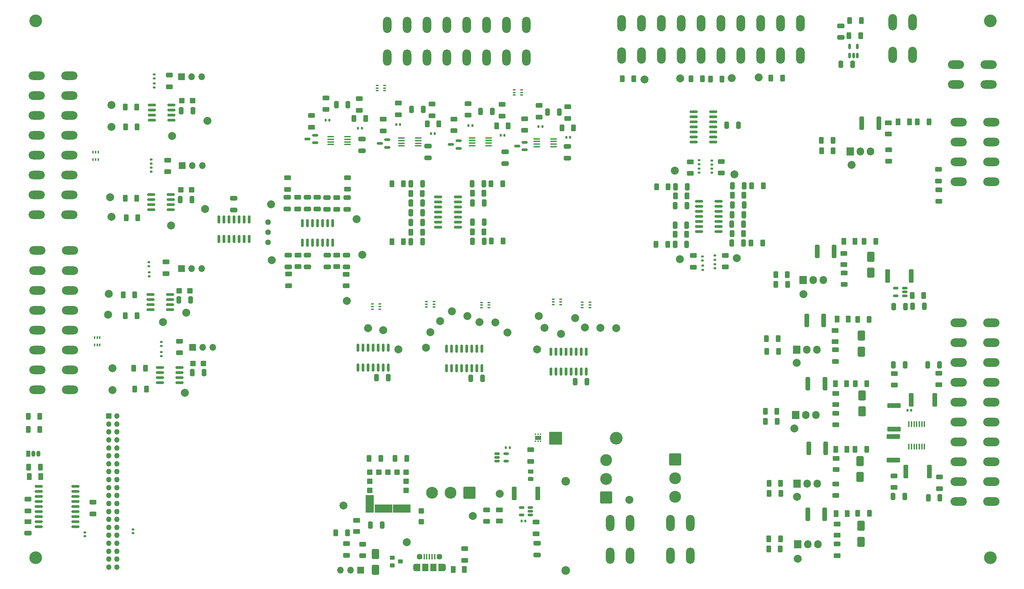
<source format=gts>
G04 #@! TF.GenerationSoftware,KiCad,Pcbnew,8.0.9*
G04 #@! TF.CreationDate,2025-05-25T13:16:14-05:00*
G04 #@! TF.ProjectId,karca_v2,6b617263-615f-4763-922e-6b696361645f,rev?*
G04 #@! TF.SameCoordinates,Original*
G04 #@! TF.FileFunction,Soldermask,Top*
G04 #@! TF.FilePolarity,Negative*
%FSLAX46Y46*%
G04 Gerber Fmt 4.6, Leading zero omitted, Abs format (unit mm)*
G04 Created by KiCad (PCBNEW 8.0.9) date 2025-05-25 13:16:14*
%MOMM*%
%LPD*%
G01*
G04 APERTURE LIST*
G04 Aperture macros list*
%AMRoundRect*
0 Rectangle with rounded corners*
0 $1 Rounding radius*
0 $2 $3 $4 $5 $6 $7 $8 $9 X,Y pos of 4 corners*
0 Add a 4 corners polygon primitive as box body*
4,1,4,$2,$3,$4,$5,$6,$7,$8,$9,$2,$3,0*
0 Add four circle primitives for the rounded corners*
1,1,$1+$1,$2,$3*
1,1,$1+$1,$4,$5*
1,1,$1+$1,$6,$7*
1,1,$1+$1,$8,$9*
0 Add four rect primitives between the rounded corners*
20,1,$1+$1,$2,$3,$4,$5,0*
20,1,$1+$1,$4,$5,$6,$7,0*
20,1,$1+$1,$6,$7,$8,$9,0*
20,1,$1+$1,$8,$9,$2,$3,0*%
G04 Aperture macros list end*
%ADD10O,4.064800X2.134400*%
%ADD11O,2.134400X4.064800*%
%ADD12C,2.979000*%
%ADD13RoundRect,0.102000X1.387500X1.387500X-1.387500X1.387500X-1.387500X-1.387500X1.387500X-1.387500X0*%
%ADD14RoundRect,0.102000X1.387500X-1.387500X1.387500X1.387500X-1.387500X1.387500X-1.387500X-1.387500X0*%
%ADD15RoundRect,0.102000X-1.387500X1.387500X-1.387500X-1.387500X1.387500X-1.387500X1.387500X1.387500X0*%
%ADD16RoundRect,0.102000X0.450000X0.400000X-0.450000X0.400000X-0.450000X-0.400000X0.450000X-0.400000X0*%
%ADD17RoundRect,0.102000X0.571500X0.571500X-0.571500X0.571500X-0.571500X-0.571500X0.571500X-0.571500X0*%
%ADD18RoundRect,0.102000X0.952500X2.095500X-0.952500X2.095500X-0.952500X-2.095500X0.952500X-2.095500X0*%
%ADD19RoundRect,0.102000X2.095500X0.952500X-2.095500X0.952500X-2.095500X-0.952500X2.095500X-0.952500X0*%
%ADD20O,4.104000X2.154000*%
%ADD21O,2.154000X4.104000*%
%ADD22R,1.500000X1.900000*%
%ADD23C,1.450000*%
%ADD24R,0.400000X1.350000*%
%ADD25O,1.200000X1.900000*%
%ADD26R,1.200000X1.900000*%
%ADD27C,2.184000*%
%ADD28R,1.350000X1.350000*%
%ADD29O,1.350000X1.350000*%
%ADD30C,3.200000*%
%ADD31RoundRect,0.250000X0.312500X0.625000X-0.312500X0.625000X-0.312500X-0.625000X0.312500X-0.625000X0*%
%ADD32RoundRect,0.250000X0.625000X-0.312500X0.625000X0.312500X-0.625000X0.312500X-0.625000X-0.312500X0*%
%ADD33RoundRect,0.250000X0.325000X0.650000X-0.325000X0.650000X-0.325000X-0.650000X0.325000X-0.650000X0*%
%ADD34C,2.000000*%
%ADD35RoundRect,0.250000X-0.312500X-0.625000X0.312500X-0.625000X0.312500X0.625000X-0.312500X0.625000X0*%
%ADD36RoundRect,0.150000X0.587500X0.150000X-0.587500X0.150000X-0.587500X-0.150000X0.587500X-0.150000X0*%
%ADD37RoundRect,0.135000X-0.185000X0.135000X-0.185000X-0.135000X0.185000X-0.135000X0.185000X0.135000X0*%
%ADD38RoundRect,0.250000X0.375000X0.625000X-0.375000X0.625000X-0.375000X-0.625000X0.375000X-0.625000X0*%
%ADD39RoundRect,0.150000X-0.825000X-0.150000X0.825000X-0.150000X0.825000X0.150000X-0.825000X0.150000X0*%
%ADD40RoundRect,0.100000X-0.712500X-0.100000X0.712500X-0.100000X0.712500X0.100000X-0.712500X0.100000X0*%
%ADD41RoundRect,0.150000X0.825000X0.150000X-0.825000X0.150000X-0.825000X-0.150000X0.825000X-0.150000X0*%
%ADD42R,0.650000X0.400000*%
%ADD43RoundRect,0.250000X-0.650000X0.325000X-0.650000X-0.325000X0.650000X-0.325000X0.650000X0.325000X0*%
%ADD44RoundRect,0.150000X-0.150000X0.825000X-0.150000X-0.825000X0.150000X-0.825000X0.150000X0.825000X0*%
%ADD45RoundRect,0.250000X-0.650000X1.000000X-0.650000X-1.000000X0.650000X-1.000000X0.650000X1.000000X0*%
%ADD46RoundRect,0.250000X-0.625000X0.312500X-0.625000X-0.312500X0.625000X-0.312500X0.625000X0.312500X0*%
%ADD47RoundRect,0.250000X0.650000X-0.325000X0.650000X0.325000X-0.650000X0.325000X-0.650000X-0.325000X0*%
%ADD48RoundRect,0.250000X-0.325000X-0.650000X0.325000X-0.650000X0.325000X0.650000X-0.325000X0.650000X0*%
%ADD49R,1.700000X1.700000*%
%ADD50O,1.700000X1.700000*%
%ADD51RoundRect,0.250000X-0.312500X-1.450000X0.312500X-1.450000X0.312500X1.450000X-0.312500X1.450000X0*%
%ADD52RoundRect,0.135000X0.185000X-0.135000X0.185000X0.135000X-0.185000X0.135000X-0.185000X-0.135000X0*%
%ADD53RoundRect,0.250000X0.362500X1.425000X-0.362500X1.425000X-0.362500X-1.425000X0.362500X-1.425000X0*%
%ADD54R,3.200000X3.200000*%
%ADD55O,3.200000X3.200000*%
%ADD56RoundRect,0.250000X0.450000X0.425000X-0.450000X0.425000X-0.450000X-0.425000X0.450000X-0.425000X0*%
%ADD57RoundRect,0.250000X0.625000X-0.375000X0.625000X0.375000X-0.625000X0.375000X-0.625000X-0.375000X0*%
%ADD58RoundRect,0.150000X0.512500X0.150000X-0.512500X0.150000X-0.512500X-0.150000X0.512500X-0.150000X0*%
%ADD59RoundRect,0.250000X0.650000X-1.000000X0.650000X1.000000X-0.650000X1.000000X-0.650000X-1.000000X0*%
%ADD60R,0.400000X0.650000*%
%ADD61RoundRect,0.140000X0.140000X0.170000X-0.140000X0.170000X-0.140000X-0.170000X0.140000X-0.170000X0*%
%ADD62C,1.440000*%
%ADD63R,1.905000X2.000000*%
%ADD64O,1.905000X2.000000*%
%ADD65RoundRect,0.100000X-0.100000X0.637500X-0.100000X-0.637500X0.100000X-0.637500X0.100000X0.637500X0*%
%ADD66RoundRect,0.093750X-0.106250X0.093750X-0.106250X-0.093750X0.106250X-0.093750X0.106250X0.093750X0*%
%ADD67R,1.600000X1.000000*%
%ADD68R,1.800000X1.150000*%
%ADD69RoundRect,0.150000X-0.512500X-0.150000X0.512500X-0.150000X0.512500X0.150000X-0.512500X0.150000X0*%
%ADD70RoundRect,0.140000X-0.140000X-0.170000X0.140000X-0.170000X0.140000X0.170000X-0.140000X0.170000X0*%
%ADD71RoundRect,0.150000X0.150000X-0.512500X0.150000X0.512500X-0.150000X0.512500X-0.150000X-0.512500X0*%
%ADD72RoundRect,0.150000X-0.875000X-0.150000X0.875000X-0.150000X0.875000X0.150000X-0.875000X0.150000X0*%
%ADD73RoundRect,0.250000X1.425000X-0.362500X1.425000X0.362500X-1.425000X0.362500X-1.425000X-0.362500X0*%
%ADD74RoundRect,0.250000X-0.425000X0.450000X-0.425000X-0.450000X0.425000X-0.450000X0.425000X0.450000X0*%
%ADD75R,1.050000X1.500000*%
%ADD76O,1.050000X1.500000*%
%ADD77RoundRect,0.140000X-0.170000X0.140000X-0.170000X-0.140000X0.170000X-0.140000X0.170000X0.140000X0*%
%ADD78RoundRect,0.250000X-0.362500X-1.425000X0.362500X-1.425000X0.362500X1.425000X-0.362500X1.425000X0*%
%ADD79RoundRect,0.140000X0.170000X-0.140000X0.170000X0.140000X-0.170000X0.140000X-0.170000X-0.140000X0*%
%ADD80RoundRect,0.250000X-1.425000X0.362500X-1.425000X-0.362500X1.425000X-0.362500X1.425000X0.362500X0*%
%ADD81RoundRect,0.250000X-0.450000X0.262500X-0.450000X-0.262500X0.450000X-0.262500X0.450000X0.262500X0*%
G04 APERTURE END LIST*
D10*
X44520600Y-139142194D03*
X44520600Y-134142194D03*
X44520600Y-129142194D03*
X44520600Y-124142194D03*
X44520600Y-119142194D03*
X44520600Y-114142194D03*
X44520600Y-109142194D03*
X44520600Y-104142194D03*
X36320600Y-139142194D03*
X36320600Y-134142194D03*
X36320600Y-129142194D03*
X36320600Y-124142194D03*
X36320600Y-119142194D03*
X36320600Y-114142194D03*
X36320600Y-109142194D03*
X36320600Y-104142194D03*
X44293400Y-95144600D03*
X44293400Y-90144600D03*
X44293400Y-85144600D03*
X44293400Y-80144600D03*
X44293400Y-75144600D03*
X44293400Y-70144600D03*
X44293400Y-65144600D03*
X44293400Y-60144600D03*
X36093400Y-95144600D03*
X36093400Y-90144600D03*
X36093400Y-85144600D03*
X36093400Y-80144600D03*
X36093400Y-75144600D03*
X36093400Y-70144600D03*
X36093400Y-65144600D03*
X36093400Y-60144600D03*
D11*
X124220000Y-55571000D03*
X129220000Y-55571000D03*
X134220000Y-55571000D03*
X139220000Y-55571000D03*
X144220000Y-55571000D03*
X149220000Y-55571000D03*
X154220000Y-55571000D03*
X159220000Y-55571000D03*
X124220000Y-47371000D03*
X129220000Y-47371000D03*
X134220000Y-47371000D03*
X139220000Y-47371000D03*
X144220000Y-47371000D03*
X149220000Y-47371000D03*
X154220000Y-47371000D03*
X159220000Y-47371000D03*
D12*
X140207000Y-165100000D03*
D13*
X144907000Y-165100000D03*
D12*
X135507000Y-165100000D03*
X179244800Y-161549400D03*
D14*
X179244800Y-166249400D03*
D12*
X179244800Y-156849400D03*
X196645000Y-161387400D03*
D15*
X196645000Y-156687400D03*
D12*
X196645000Y-166087400D03*
D16*
X125492000Y-181422000D03*
X125492000Y-183322000D03*
X127592000Y-182372000D03*
D17*
X129006600Y-164465000D03*
X129006600Y-162179000D03*
X129006600Y-159893000D03*
X126720600Y-159893000D03*
X124434600Y-159893000D03*
X122148600Y-159893000D03*
X119862600Y-159893000D03*
X119862600Y-162179000D03*
X119862600Y-164465000D03*
D18*
X119862600Y-167894000D03*
D19*
X123291600Y-169037000D03*
X127863600Y-169037000D03*
D10*
X267263000Y-57340784D03*
X267263000Y-62340784D03*
X275463000Y-57340784D03*
X275463000Y-62340784D03*
X276124800Y-71822607D03*
X267924800Y-76822607D03*
X267924800Y-81822607D03*
X267924800Y-86822607D03*
X267924800Y-71822607D03*
X276124800Y-76822607D03*
X276124800Y-81822607D03*
X276124800Y-86822607D03*
D20*
X267948800Y-122298400D03*
X267948800Y-127298400D03*
X267948800Y-132298400D03*
X267948800Y-137298400D03*
X267948800Y-142298400D03*
X267948800Y-147298400D03*
X267948800Y-152298400D03*
X267948800Y-157298400D03*
X267948800Y-162298400D03*
X267948800Y-167298400D03*
X276148800Y-122298400D03*
X276148800Y-127298400D03*
X276148800Y-132298400D03*
X276148800Y-137298400D03*
X276148800Y-142298400D03*
X276148800Y-147298400D03*
X276148800Y-152298400D03*
X276148800Y-157298400D03*
X276148800Y-162298400D03*
X276148800Y-167298400D03*
D21*
X183163200Y-55113800D03*
X188163200Y-55113800D03*
X193163200Y-55113800D03*
X198163200Y-55113800D03*
X203163200Y-55113800D03*
X208163200Y-55113800D03*
X213163200Y-55113800D03*
X218163200Y-55113800D03*
X223163200Y-55113800D03*
X228163200Y-55113800D03*
X183163200Y-46913800D03*
X188163200Y-46913800D03*
X193163200Y-46913800D03*
X198163200Y-46913800D03*
X203163200Y-46913800D03*
X208163200Y-46913800D03*
X213163200Y-46913800D03*
X218163200Y-46913800D03*
X223163200Y-46913800D03*
X228163200Y-46913800D03*
D22*
X135848600Y-183863500D03*
D23*
X132348600Y-181163500D03*
D24*
X134198600Y-181163500D03*
X133548600Y-181163500D03*
X136148600Y-181163500D03*
X135498600Y-181163500D03*
X134848600Y-181163500D03*
D23*
X137348600Y-181163500D03*
D22*
X133848600Y-183863500D03*
D25*
X131348600Y-183863500D03*
X138348600Y-183863500D03*
D26*
X137748600Y-183863500D03*
X131948600Y-183863500D03*
D11*
X185318000Y-172703400D03*
X180318000Y-172703400D03*
X185318000Y-180903400D03*
X180318000Y-180903400D03*
X200427200Y-172703400D03*
X195427200Y-172703400D03*
X200427200Y-180903400D03*
X195427200Y-180903400D03*
D27*
X169084800Y-184654800D03*
X169084800Y-162154800D03*
D11*
X251371384Y-54883800D03*
X256371384Y-54883800D03*
X251371384Y-46683800D03*
X256371384Y-46683800D03*
D28*
X54235600Y-145765000D03*
D29*
X56235600Y-145765000D03*
X54235600Y-147765000D03*
X56235600Y-147765000D03*
X54235600Y-149765000D03*
X56235600Y-149765000D03*
X54235600Y-151765000D03*
X56235600Y-151765000D03*
X54235600Y-153765000D03*
X56235600Y-153765000D03*
X54235600Y-155765000D03*
X56235600Y-155765000D03*
X54235600Y-157765000D03*
X56235600Y-157765000D03*
X54235600Y-159765000D03*
X56235600Y-159765000D03*
X54235600Y-161765000D03*
X56235600Y-161765000D03*
X54235600Y-163765000D03*
X56235600Y-163765000D03*
X54235600Y-165765000D03*
X56235600Y-165765000D03*
X54235600Y-167765000D03*
X56235600Y-167765000D03*
X54235600Y-169765000D03*
X56235600Y-169765000D03*
X54235600Y-171765000D03*
X56235600Y-171765000D03*
X54235600Y-173765000D03*
X56235600Y-173765000D03*
X54235600Y-175765000D03*
X56235600Y-175765000D03*
X54235600Y-177765000D03*
X56235600Y-177765000D03*
X54235600Y-179765000D03*
X56235600Y-179765000D03*
X54235600Y-181765000D03*
X56235600Y-181765000D03*
X54235600Y-183765000D03*
X56235600Y-183765000D03*
D30*
X275886400Y-181385200D03*
D31*
X61340000Y-120493800D03*
X58415000Y-120493800D03*
D32*
X69011800Y-84317300D03*
X69011800Y-81392300D03*
D33*
X150629500Y-69173300D03*
X147679500Y-69173300D03*
D34*
X151441900Y-122250200D03*
D35*
X196703800Y-90424000D03*
X199628800Y-90424000D03*
X125425800Y-87304000D03*
X128350800Y-87304000D03*
D34*
X177857900Y-123545600D03*
D36*
X106093500Y-77023000D03*
X106093500Y-75123000D03*
X104218500Y-76073000D03*
D32*
X141005400Y-73983400D03*
X141005400Y-71058400D03*
D34*
X95178000Y-106513600D03*
D31*
X222269000Y-147142200D03*
X219344000Y-147142200D03*
D37*
X202666600Y-83564000D03*
X202666600Y-84584000D03*
D34*
X145761383Y-170942000D03*
D32*
X111586400Y-93752100D03*
X111586400Y-90827100D03*
D34*
X154439100Y-124764800D03*
D38*
X241862800Y-101800200D03*
X239062800Y-101800200D03*
D39*
X67084400Y-133527800D03*
X67084400Y-134797800D03*
X67084400Y-136067800D03*
X67084400Y-137337800D03*
X72034400Y-137337800D03*
X72034400Y-136067800D03*
X72034400Y-134797800D03*
X72034400Y-133527800D03*
D31*
X223092500Y-179174400D03*
X220167500Y-179174400D03*
D40*
X110009500Y-75508600D03*
X110009500Y-76158600D03*
X110009500Y-76808600D03*
X110009500Y-77458600D03*
X114234500Y-77458600D03*
X114234500Y-76808600D03*
X114234500Y-76158600D03*
X114234500Y-75508600D03*
D41*
X207579000Y-99390200D03*
X207579000Y-98120200D03*
X207579000Y-96850200D03*
X207579000Y-95580200D03*
X207579000Y-94310200D03*
X207579000Y-93040200D03*
X207579000Y-91770200D03*
X202629000Y-91770200D03*
X202629000Y-93040200D03*
X202629000Y-94310200D03*
X202629000Y-95580200D03*
X202629000Y-96850200D03*
X202629000Y-98120200D03*
X202629000Y-99390200D03*
D31*
X37022500Y-158623000D03*
X34097500Y-158623000D03*
D42*
X123571000Y-63906400D03*
X123571000Y-63256400D03*
X123571000Y-62606400D03*
X121671000Y-62606400D03*
X121671000Y-63256400D03*
X121671000Y-63906400D03*
D43*
X106658800Y-90763800D03*
X106658800Y-93713800D03*
D34*
X228858000Y-115139000D03*
D35*
X134306900Y-72292600D03*
X137231900Y-72292600D03*
D44*
X89549200Y-96277400D03*
X88279200Y-96277400D03*
X87009200Y-96277400D03*
X85739200Y-96277400D03*
X84469200Y-96277400D03*
X83199200Y-96277400D03*
X81929200Y-96277400D03*
X81929200Y-101227400D03*
X83199200Y-101227400D03*
X84469200Y-101227400D03*
X85739200Y-101227400D03*
X87009200Y-101227400D03*
X88279200Y-101227400D03*
X89549200Y-101227400D03*
X174283600Y-129609100D03*
X173013600Y-129609100D03*
X171743600Y-129609100D03*
X170473600Y-129609100D03*
X169203600Y-129609100D03*
X167933600Y-129609100D03*
X166663600Y-129609100D03*
X165393600Y-129609100D03*
X165393600Y-134559100D03*
X166663600Y-134559100D03*
X167933600Y-134559100D03*
X169203600Y-134559100D03*
X170473600Y-134559100D03*
X171743600Y-134559100D03*
X173013600Y-134559100D03*
X174283600Y-134559100D03*
D45*
X243154200Y-157080200D03*
X243154200Y-161080200D03*
D34*
X212151000Y-106045000D03*
D35*
X221934500Y-110211400D03*
X224859500Y-110211400D03*
D46*
X111561000Y-105269000D03*
X111561000Y-108194000D03*
D35*
X200579300Y-60960000D03*
X203504300Y-60960000D03*
D32*
X262894300Y-137911300D03*
X262894300Y-134986300D03*
D34*
X167926500Y-125069600D03*
D47*
X117932200Y-79046600D03*
X117932200Y-76096600D03*
D34*
X227258100Y-166065200D03*
D30*
X275886400Y-46385200D03*
D48*
X209599000Y-72644000D03*
X212549000Y-72644000D03*
D49*
X117602000Y-184531000D03*
D50*
X115062000Y-184531000D03*
X112522000Y-184531000D03*
D31*
X148585700Y-99419800D03*
X145660700Y-99419800D03*
D33*
X148185400Y-136278100D03*
X145235400Y-136278100D03*
D39*
X64708000Y-115189000D03*
X64708000Y-116459000D03*
X64708000Y-117729000D03*
X64708000Y-118999000D03*
X69658000Y-118999000D03*
X69658000Y-117729000D03*
X69658000Y-116459000D03*
X69658000Y-115189000D03*
D40*
X127843900Y-75838800D03*
X127843900Y-76488800D03*
X127843900Y-77138800D03*
X127843900Y-77788800D03*
X132068900Y-77788800D03*
X132068900Y-77138800D03*
X132068900Y-76488800D03*
X132068900Y-75838800D03*
D37*
X205841600Y-83564000D03*
X205841600Y-84584000D03*
D43*
X109122600Y-90789200D03*
X109122600Y-93739200D03*
D42*
X134083500Y-117002800D03*
X134083500Y-117652800D03*
X134083500Y-118302800D03*
X135983500Y-118302800D03*
X135983500Y-117652800D03*
X135983500Y-117002800D03*
D51*
X243572600Y-72113600D03*
X247847600Y-72113600D03*
D42*
X175201100Y-118480600D03*
X175201100Y-117830600D03*
X175201100Y-117180600D03*
X173301100Y-117180600D03*
X173301100Y-117830600D03*
X173301100Y-118480600D03*
D52*
X206613800Y-106430000D03*
X206613800Y-105410000D03*
D34*
X226572300Y-148920200D03*
D53*
X162093500Y-165227000D03*
X156168500Y-165227000D03*
D54*
X166544800Y-151332200D03*
D55*
X181784800Y-151332200D03*
D32*
X143764000Y-182056500D03*
X143764000Y-179131500D03*
D31*
X208431900Y-61010800D03*
X205506900Y-61010800D03*
D56*
X75289400Y-66421000D03*
X72589400Y-66421000D03*
D57*
X239043400Y-107696000D03*
X239043400Y-104896000D03*
D48*
X251614600Y-118208600D03*
X254564600Y-118208600D03*
D46*
X101832800Y-105279700D03*
X101832800Y-108204700D03*
X153111200Y-67396900D03*
X153111200Y-70321900D03*
D34*
X240969800Y-82588900D03*
D32*
X114228000Y-88708200D03*
X114228000Y-85783200D03*
D33*
X133104200Y-92180800D03*
X130154200Y-92180800D03*
D58*
X160266183Y-170653400D03*
X160266183Y-169703400D03*
X160266183Y-168753400D03*
X157991183Y-168753400D03*
X157991183Y-170653400D03*
D34*
X123197100Y-124180600D03*
D48*
X130177300Y-94629000D03*
X133127300Y-94629000D03*
D59*
X121272800Y-184448000D03*
X121272800Y-180448000D03*
D60*
X50277000Y-81239400D03*
X50927000Y-81239400D03*
X51577000Y-81239400D03*
X51577000Y-79339400D03*
X50927000Y-79339400D03*
X50277000Y-79339400D03*
D34*
X54238700Y-115058200D03*
D32*
X201203600Y-108335000D03*
X201203600Y-105410000D03*
D46*
X236902800Y-129118900D03*
X236902800Y-132043900D03*
D48*
X210877400Y-102235000D03*
X213827400Y-102235000D03*
D46*
X251692900Y-160818100D03*
X251692900Y-163743100D03*
X237341900Y-177960500D03*
X237341900Y-180885500D03*
D34*
X210830200Y-60709000D03*
D35*
X151756700Y-72749800D03*
X154681700Y-72749800D03*
D49*
X72517000Y-60452000D03*
D50*
X75057000Y-60452000D03*
X77597000Y-60452000D03*
D51*
X229710700Y-121694200D03*
X233985700Y-121694200D03*
D44*
X148056600Y-128785100D03*
X146786600Y-128785100D03*
X145516600Y-128785100D03*
X144246600Y-128785100D03*
X142976600Y-128785100D03*
X141706600Y-128785100D03*
X140436600Y-128785100D03*
X139166600Y-128785100D03*
X139166600Y-133735100D03*
X140436600Y-133735100D03*
X141706600Y-133735100D03*
X142976600Y-133735100D03*
X144246600Y-133735100D03*
X145516600Y-133735100D03*
X146786600Y-133735100D03*
X148056600Y-133735100D03*
D61*
X117885200Y-73334000D03*
X116925200Y-73334000D03*
D34*
X181794900Y-123698000D03*
D62*
X94314400Y-96988600D03*
X94314400Y-99528600D03*
X94314400Y-102068600D03*
D46*
X161698683Y-172449400D03*
X161698683Y-175374400D03*
D32*
X101756600Y-93675900D03*
X101756600Y-90750900D03*
D34*
X73710800Y-119786400D03*
X135084300Y-124688600D03*
D35*
X257515900Y-71717700D03*
X260440900Y-71717700D03*
D34*
X116586000Y-96266000D03*
X114071400Y-116814600D03*
D61*
X163240300Y-72938600D03*
X162280300Y-72938600D03*
D34*
X197901600Y-60807600D03*
D61*
X256029400Y-144348200D03*
X255069400Y-144348200D03*
D60*
X50683400Y-127924600D03*
X51333400Y-127924600D03*
X51983400Y-127924600D03*
X51983400Y-126024600D03*
X51333400Y-126024600D03*
X50683400Y-126024600D03*
D63*
X240665000Y-79177000D03*
D64*
X243205000Y-79177000D03*
X245745000Y-79177000D03*
D53*
X260569300Y-159689800D03*
X254644300Y-159689800D03*
D52*
X64287400Y-108081000D03*
X64287400Y-107061000D03*
D51*
X232333900Y-104365600D03*
X236608900Y-104365600D03*
D32*
X68656200Y-109945900D03*
X68656200Y-107020900D03*
D51*
X230018500Y-137591800D03*
X234293500Y-137591800D03*
D47*
X153924000Y-82247000D03*
X153924000Y-79297000D03*
D65*
X259332500Y-147759500D03*
X258682500Y-147759500D03*
X258032500Y-147759500D03*
X257382500Y-147759500D03*
X256732500Y-147759500D03*
X256082500Y-147759500D03*
X255432500Y-147759500D03*
X255432500Y-153484500D03*
X256082500Y-153484500D03*
X256732500Y-153484500D03*
X257382500Y-153484500D03*
X258032500Y-153484500D03*
X258682500Y-153484500D03*
X259332500Y-153484500D03*
D47*
X104220400Y-108217200D03*
X104220400Y-105267200D03*
D35*
X115891900Y-70921000D03*
X118816900Y-70921000D03*
D31*
X213867500Y-99872800D03*
X210942500Y-99872800D03*
D32*
X123225400Y-74019800D03*
X123225400Y-71094800D03*
D52*
X67437000Y-128145000D03*
X67437000Y-127125000D03*
X65633600Y-60835000D03*
X65633600Y-59815000D03*
D36*
X158798500Y-78801000D03*
X158798500Y-76901000D03*
X156923500Y-77851000D03*
D31*
X218820500Y-87807800D03*
X215895500Y-87807800D03*
D66*
X162792800Y-150347200D03*
X162142800Y-150347200D03*
X161492800Y-150347200D03*
X161492800Y-152122200D03*
X162142800Y-152122200D03*
X162792800Y-152122200D03*
D67*
X162142800Y-151234700D03*
D46*
X50292000Y-167447500D03*
X50292000Y-170372500D03*
D35*
X219318600Y-144576800D03*
X222243600Y-144576800D03*
D46*
X127086200Y-67056200D03*
X127086200Y-69981200D03*
D42*
X147926500Y-117206000D03*
X147926500Y-117856000D03*
X147926500Y-118506000D03*
X149826500Y-118506000D03*
X149826500Y-117856000D03*
X149826500Y-117206000D03*
D56*
X78058000Y-132537200D03*
X75358000Y-132537200D03*
D34*
X117961800Y-105192800D03*
D31*
X61294400Y-90994200D03*
X58369400Y-90994200D03*
D34*
X73355200Y-139954000D03*
D48*
X210904600Y-97485200D03*
X213854600Y-97485200D03*
D46*
X262864600Y-83729100D03*
X262864600Y-86654100D03*
D56*
X74603600Y-114274600D03*
X71903600Y-114274600D03*
D31*
X61279500Y-68072000D03*
X58354500Y-68072000D03*
D36*
X124254500Y-78166000D03*
X124254500Y-76266000D03*
X122379500Y-77216000D03*
D33*
X213883000Y-95097600D03*
X210933000Y-95097600D03*
D47*
X33914399Y-175261800D03*
D68*
X33914399Y-172311800D03*
D38*
X239932700Y-170284400D03*
X237132700Y-170284400D03*
D31*
X213943700Y-90246200D03*
X211018700Y-90246200D03*
D34*
X211516000Y-84937600D03*
D46*
X237042700Y-145040900D03*
X237042700Y-147965900D03*
D34*
X161957500Y-129006600D03*
X78439400Y-93661200D03*
D31*
X114238500Y-175133000D03*
X111313500Y-175133000D03*
D57*
X116576800Y-174832000D03*
X116576800Y-172032000D03*
D46*
X250311400Y-78753700D03*
X250311400Y-81678700D03*
D34*
X79049000Y-71537800D03*
D43*
X104195000Y-90763800D03*
X104195000Y-93713800D03*
D52*
X203540400Y-106682000D03*
X203540400Y-105662000D03*
D46*
X208239400Y-81733200D03*
X208239400Y-84658200D03*
D45*
X243611400Y-140570200D03*
X243611400Y-144570200D03*
D35*
X196616900Y-100076000D03*
X199541900Y-100076000D03*
D42*
X120487100Y-117597200D03*
X120487100Y-118247200D03*
X120487100Y-118897200D03*
X122387100Y-118897200D03*
X122387100Y-118247200D03*
X122387100Y-117597200D03*
D35*
X244159500Y-101851000D03*
X247084500Y-101851000D03*
D39*
X64900000Y-90017600D03*
X64900000Y-91287600D03*
X64900000Y-92557600D03*
X64900000Y-93827600D03*
X69850000Y-93827600D03*
X69850000Y-92557600D03*
X69850000Y-91287600D03*
X69850000Y-90017600D03*
D34*
X133992100Y-128574800D03*
D63*
X228854000Y-111562000D03*
D64*
X231394000Y-111562000D03*
X233934000Y-111562000D03*
D33*
X124468900Y-136067800D03*
X121518900Y-136067800D03*
D34*
X129159000Y-177546000D03*
D47*
X114151800Y-93739200D03*
X114151800Y-90789200D03*
D69*
X151835883Y-155234900D03*
X151835883Y-156184900D03*
X151835883Y-157134900D03*
X154110883Y-157134900D03*
X154110883Y-155234900D03*
D33*
X199554400Y-97713800D03*
X196604400Y-97713800D03*
D38*
X240157000Y-121335800D03*
X237357000Y-121335800D03*
D57*
X237341900Y-175723000D03*
X237341900Y-172923000D03*
D46*
X162455500Y-67615300D03*
X162455500Y-70540300D03*
D43*
X85678400Y-91017800D03*
X85678400Y-93967800D03*
D33*
X75367800Y-68972400D03*
X72417800Y-68972400D03*
D47*
X109148000Y-108219000D03*
X109148000Y-105269000D03*
D40*
X145544100Y-75788000D03*
X145544100Y-76438000D03*
X145544100Y-77088000D03*
X145544100Y-77738000D03*
X149769100Y-77738000D03*
X149769100Y-77088000D03*
X149769100Y-76438000D03*
X149769100Y-75788000D03*
D70*
X154093600Y-153722400D03*
X155053600Y-153722400D03*
D71*
X240538000Y-55107000D03*
X241488000Y-55107000D03*
X242438000Y-55107000D03*
X242438000Y-52832000D03*
X240538000Y-52832000D03*
D37*
X202666600Y-81405000D03*
X202666600Y-82425000D03*
D34*
X152552417Y-165344600D03*
D39*
X137039400Y-90631400D03*
X137039400Y-91901400D03*
X137039400Y-93171400D03*
X137039400Y-94441400D03*
X137039400Y-95711400D03*
X137039400Y-96981400D03*
X137039400Y-98251400D03*
X141989400Y-98251400D03*
X141989400Y-96981400D03*
X141989400Y-95711400D03*
X141989400Y-94441400D03*
X141989400Y-93171400D03*
X141989400Y-91901400D03*
X141989400Y-90631400D03*
D34*
X197825400Y-106262900D03*
D33*
X78206900Y-134844800D03*
X75256900Y-134844800D03*
X114383700Y-67456800D03*
X111433700Y-67456800D03*
D57*
X250209800Y-74834400D03*
X250209800Y-72034400D03*
X152476200Y-172138800D03*
X152476200Y-169338800D03*
D35*
X240370400Y-50057900D03*
X243295400Y-50057900D03*
D34*
X67843400Y-122123200D03*
D49*
X75285600Y-128524000D03*
D50*
X77825600Y-128524000D03*
X80365600Y-128524000D03*
D42*
X158064200Y-65013600D03*
X158064200Y-64363600D03*
X158064200Y-63713600D03*
X156164200Y-63713600D03*
X156164200Y-64363600D03*
X156164200Y-65013600D03*
D31*
X63438500Y-133727200D03*
X60513500Y-133727200D03*
D38*
X143640000Y-184404000D03*
X140840000Y-184404000D03*
D35*
X191943300Y-88061800D03*
X194868300Y-88061800D03*
D34*
X95000200Y-92467400D03*
D72*
X36581399Y-163423600D03*
X36581399Y-164693600D03*
X36581399Y-165963600D03*
X36581399Y-167233600D03*
X36581399Y-168503600D03*
X36581399Y-169773600D03*
X36581399Y-171043600D03*
X36581399Y-172313600D03*
X36581399Y-173583600D03*
X45881399Y-173583600D03*
X45881399Y-172313600D03*
X45881399Y-171043600D03*
X45881399Y-169773600D03*
X45881399Y-168503600D03*
X45881399Y-167233600D03*
X45881399Y-165963600D03*
X45881399Y-164693600D03*
X45881399Y-163423600D03*
D46*
X135493600Y-67310200D03*
X135493600Y-70235200D03*
D34*
X227461300Y-181638200D03*
D35*
X33970500Y-149127800D03*
X36895500Y-149127800D03*
D61*
X127462800Y-72445000D03*
X126502800Y-72445000D03*
D47*
X169526000Y-80879600D03*
X169526000Y-77929600D03*
D51*
X230217800Y-153847800D03*
X234492800Y-153847800D03*
D38*
X37087000Y-161036000D03*
X34287000Y-161036000D03*
D33*
X74830200Y-116586000D03*
X71880200Y-116586000D03*
D47*
X99140400Y-93677700D03*
X99140400Y-90727700D03*
D34*
X54897400Y-67561800D03*
D63*
X227330000Y-162743000D03*
D64*
X229870000Y-162743000D03*
X232410000Y-162743000D03*
D35*
X220192900Y-176659800D03*
X223117900Y-176659800D03*
D61*
X170260000Y-75670800D03*
X169300000Y-75670800D03*
D58*
X254354100Y-115501000D03*
X254354100Y-114551000D03*
X254354100Y-113601000D03*
X252079100Y-113601000D03*
X252079100Y-115501000D03*
D32*
X114046000Y-180786500D03*
X114046000Y-177861500D03*
D34*
X54897400Y-73061800D03*
X70184400Y-75347800D03*
D32*
X33888999Y-169635900D03*
X33888999Y-166710900D03*
D56*
X75086200Y-88900000D03*
X72386200Y-88900000D03*
D34*
X196580800Y-84048600D03*
D48*
X145612100Y-87354800D03*
X148562100Y-87354800D03*
D73*
X251714000Y-149054000D03*
X251714000Y-143129000D03*
D46*
X144557100Y-67162700D03*
X144557100Y-70087700D03*
D34*
X185112200Y-166826200D03*
X54904300Y-95617000D03*
D57*
X236852000Y-127028400D03*
X236852000Y-124228400D03*
D35*
X220721500Y-60756800D03*
X223646500Y-60756800D03*
D32*
X105161700Y-73084900D03*
X105161700Y-70159900D03*
D37*
X205841600Y-81532000D03*
X205841600Y-82552000D03*
D57*
X237113300Y-159251500D03*
X237113300Y-156451500D03*
D38*
X239808700Y-154127200D03*
X237008700Y-154127200D03*
D34*
X227200000Y-132413000D03*
D33*
X174463200Y-137127500D03*
X171513200Y-137127500D03*
D34*
X188910000Y-61064600D03*
D31*
X153274000Y-87329400D03*
X150349000Y-87329400D03*
D34*
X69930400Y-97826800D03*
D46*
X239119600Y-109761100D03*
X239119600Y-112686100D03*
D61*
X153743600Y-75184000D03*
X152783600Y-75184000D03*
D32*
X149250417Y-172268100D03*
X149250417Y-169343100D03*
D48*
X260272000Y-166319200D03*
X263222000Y-166319200D03*
D34*
X54035500Y-120239800D03*
D52*
X64871600Y-84330000D03*
X64871600Y-83310000D03*
D48*
X120004000Y-173203400D03*
X122954000Y-173203400D03*
D47*
X161924983Y-180681400D03*
X161924983Y-177731400D03*
D46*
X113948600Y-110069600D03*
X113948600Y-112994600D03*
D34*
X163760900Y-123571000D03*
D35*
X242501500Y-121488200D03*
X245426500Y-121488200D03*
D48*
X145648200Y-101807400D03*
X148598200Y-101807400D03*
D33*
X199554400Y-102554500D03*
X196604400Y-102554500D03*
D52*
X206603600Y-108587000D03*
X206603600Y-107567000D03*
D46*
X99419800Y-110029500D03*
X99419800Y-112954500D03*
X237032800Y-162824700D03*
X237032800Y-165749700D03*
D51*
X229967700Y-170459400D03*
X234242700Y-170459400D03*
D34*
X54599500Y-90740200D03*
D31*
X236387100Y-79007500D03*
X233462100Y-79007500D03*
D34*
X144406100Y-120650000D03*
D33*
X133127800Y-87329400D03*
X130177800Y-87329400D03*
D34*
X162338500Y-120650000D03*
D45*
X243430600Y-125558800D03*
X243430600Y-129558800D03*
D74*
X132816600Y-169617400D03*
X132816600Y-172317400D03*
D33*
X167511900Y-69306400D03*
X164561900Y-69306400D03*
D70*
X158016000Y-172135800D03*
X158976000Y-172135800D03*
D42*
X165970700Y-116408200D03*
X165970700Y-117058200D03*
X165970700Y-117708200D03*
X167870700Y-117708200D03*
X167870700Y-117058200D03*
X167870700Y-116408200D03*
D31*
X61523000Y-95871000D03*
X58598000Y-95871000D03*
X186268400Y-60960000D03*
X183343400Y-60960000D03*
D49*
X72549000Y-108712000D03*
D50*
X75089000Y-108712000D03*
X77629000Y-108712000D03*
D31*
X61359900Y-73061800D03*
X58434900Y-73061800D03*
D33*
X133155000Y-97057600D03*
X130205000Y-97057600D03*
D35*
X125416900Y-101909000D03*
X128341900Y-101909000D03*
X168165100Y-73283200D03*
X171090100Y-73283200D03*
D34*
X55120200Y-139227200D03*
D33*
X75162800Y-91349800D03*
X72212800Y-91349800D03*
D57*
X237042700Y-142903400D03*
X237042700Y-140103400D03*
D32*
X72009000Y-129859500D03*
X72009000Y-126934500D03*
D48*
X211031600Y-92633800D03*
X213981600Y-92633800D03*
D61*
X109728000Y-71374000D03*
X108768000Y-71374000D03*
D46*
X117201300Y-65943500D03*
X117201300Y-68868500D03*
D34*
X137522700Y-121894600D03*
D61*
X145646700Y-72703900D03*
X144686700Y-72703900D03*
D63*
X227203000Y-129088000D03*
D64*
X229743000Y-129088000D03*
X232283000Y-129088000D03*
D31*
X243447800Y-46247900D03*
X240522800Y-46247900D03*
X222591900Y-129517400D03*
X219666900Y-129517400D03*
D52*
X64871600Y-82298000D03*
X64871600Y-81278000D03*
D33*
X199656000Y-88061800D03*
X196706000Y-88061800D03*
D46*
X262915400Y-88845200D03*
X262915400Y-91770200D03*
D35*
X220228700Y-162687000D03*
X223153700Y-162687000D03*
D31*
X63692500Y-138963400D03*
X60767500Y-138963400D03*
D43*
X99394400Y-105267200D03*
X99394400Y-108217200D03*
D48*
X145648200Y-92130000D03*
X148598200Y-92130000D03*
D32*
X99191200Y-88748300D03*
X99191200Y-85823300D03*
D52*
X65633600Y-63121000D03*
X65633600Y-62101000D03*
D46*
X169643700Y-67945500D03*
X169643700Y-70870500D03*
D48*
X211020900Y-87807800D03*
X213970900Y-87807800D03*
D46*
X200416200Y-81798700D03*
X200416200Y-84723700D03*
D31*
X224884900Y-112649800D03*
X221959900Y-112649800D03*
D35*
X256235200Y-115417600D03*
X259160200Y-115417600D03*
X130192100Y-99496000D03*
X133117100Y-99496000D03*
D32*
X69469000Y-62930500D03*
X69469000Y-60005500D03*
D35*
X126208600Y-156464000D03*
X129133600Y-156464000D03*
D38*
X239732500Y-137591800D03*
X236932500Y-137591800D03*
D34*
X171457100Y-121132600D03*
D75*
X33959800Y-155223800D03*
D76*
X35229800Y-155223800D03*
X36499800Y-155223800D03*
D33*
X199605200Y-92837000D03*
X196655200Y-92837000D03*
D35*
X241899200Y-137617200D03*
X244824200Y-137617200D03*
D49*
X72676000Y-82804000D03*
D50*
X75216000Y-82804000D03*
X77756000Y-82804000D03*
D39*
X65038200Y-67513200D03*
X65038200Y-68783200D03*
X65038200Y-70053200D03*
X65038200Y-71323200D03*
X69988200Y-71323200D03*
X69988200Y-70053200D03*
X69988200Y-68783200D03*
X69988200Y-67513200D03*
D34*
X55120200Y-133727200D03*
D35*
X219622700Y-126291800D03*
X222547700Y-126291800D03*
D40*
X161871300Y-76037400D03*
X161871300Y-76687400D03*
X161871300Y-77337400D03*
X161871300Y-77987400D03*
X166096300Y-77987400D03*
X166096300Y-77337400D03*
X166096300Y-76687400D03*
X166096300Y-76037400D03*
D47*
X238302300Y-50542300D03*
X238302300Y-47592300D03*
D33*
X133155000Y-101883600D03*
X130205000Y-101883600D03*
X133285600Y-68584200D03*
X130335600Y-68584200D03*
D31*
X148560300Y-89717000D03*
X145635300Y-89717000D03*
D46*
X263144000Y-161122900D03*
X263144000Y-164047900D03*
D38*
X255527000Y-71732400D03*
X252727000Y-71732400D03*
D52*
X203555600Y-108970000D03*
X203555600Y-107950000D03*
D32*
X251739400Y-137972800D03*
X251739400Y-135047800D03*
D35*
X241873800Y-154127200D03*
X244798800Y-154127200D03*
D44*
X110519600Y-97220200D03*
X109249600Y-97220200D03*
X107979600Y-97220200D03*
X106709600Y-97220200D03*
X105439600Y-97220200D03*
X104169600Y-97220200D03*
X102899600Y-97220200D03*
X102899600Y-102170200D03*
X104169600Y-102170200D03*
X105439600Y-102170200D03*
X106709600Y-102170200D03*
X107979600Y-102170200D03*
X109249600Y-102170200D03*
X110519600Y-102170200D03*
D77*
X60325000Y-174272000D03*
X60325000Y-175232000D03*
D78*
X255990500Y-141732000D03*
X261915500Y-141732000D03*
D63*
X227457000Y-177983000D03*
D64*
X229997000Y-177983000D03*
X232537000Y-177983000D03*
D35*
X33970500Y-145837800D03*
X36895500Y-145837800D03*
D79*
X48260000Y-175994000D03*
X48260000Y-175034000D03*
D45*
X245839900Y-105718400D03*
X245839900Y-109718400D03*
D31*
X60771500Y-115312200D03*
X57846500Y-115312200D03*
X153360900Y-101756600D03*
X150435900Y-101756600D03*
D45*
X243408200Y-173387000D03*
X243408200Y-177387000D03*
D32*
X209230000Y-108269500D03*
X209230000Y-105344500D03*
D41*
X206244000Y-76849200D03*
X206244000Y-75579200D03*
X206244000Y-74309200D03*
X206244000Y-73039200D03*
X206244000Y-71769200D03*
X206244000Y-70499200D03*
X206244000Y-69229200D03*
X201294000Y-69229200D03*
X201294000Y-70499200D03*
X201294000Y-71769200D03*
X201294000Y-73039200D03*
X201294000Y-74309200D03*
X201294000Y-75579200D03*
X201294000Y-76849200D03*
D80*
X251515100Y-150900000D03*
X251515100Y-156825000D03*
D34*
X113274800Y-168275800D03*
D30*
X35886400Y-181385200D03*
D35*
X242534200Y-170233600D03*
X245459200Y-170233600D03*
D34*
X173946300Y-123469400D03*
D31*
X218642700Y-102235000D03*
X215717700Y-102235000D03*
D34*
X119463300Y-123672600D03*
D35*
X233411300Y-76391300D03*
X236336300Y-76391300D03*
D47*
X134499400Y-80803400D03*
X134499400Y-77853400D03*
D34*
X140519900Y-119430800D03*
D63*
X226949000Y-145471000D03*
D64*
X229489000Y-145471000D03*
X232029000Y-145471000D03*
D46*
X160339383Y-154239800D03*
X160339383Y-157164800D03*
D35*
X119711700Y-156439400D03*
X122636700Y-156439400D03*
D36*
X142161500Y-78420000D03*
X142161500Y-76520000D03*
X140286500Y-77470000D03*
D31*
X223204500Y-165252400D03*
X220279500Y-165252400D03*
D78*
X250079600Y-110514000D03*
X256004600Y-110514000D03*
D44*
X124467100Y-128600200D03*
X123197100Y-128600200D03*
X121927100Y-128600200D03*
X120657100Y-128600200D03*
X119387100Y-128600200D03*
X118117100Y-128600200D03*
X116847100Y-128600200D03*
X116847100Y-133550200D03*
X118117100Y-133550200D03*
X119387100Y-133550200D03*
X120657100Y-133550200D03*
X121927100Y-133550200D03*
X123197100Y-133550200D03*
X124467100Y-133550200D03*
D34*
X217637400Y-60607400D03*
D33*
X254459000Y-132867400D03*
X251509000Y-132867400D03*
D30*
X35886400Y-46385200D03*
D52*
X67411600Y-130685000D03*
X67411600Y-129665000D03*
D34*
X147454100Y-122174000D03*
D43*
X113974000Y-105269000D03*
X113974000Y-108219000D03*
D48*
X256313600Y-118186200D03*
X259263600Y-118186200D03*
D35*
X130166700Y-89767800D03*
X133091700Y-89767800D03*
D46*
X108844700Y-65714900D03*
X108844700Y-68639900D03*
D48*
X260123900Y-132892800D03*
X263073900Y-132892800D03*
D34*
X127008100Y-128981200D03*
D32*
X158827600Y-73887900D03*
X158827600Y-70962900D03*
D81*
X160339383Y-159742500D03*
X160339383Y-161567500D03*
D61*
X136224000Y-74705600D03*
X135264000Y-74705600D03*
D48*
X238300500Y-57246100D03*
X241250500Y-57246100D03*
D33*
X254387100Y-166014400D03*
X251437100Y-166014400D03*
D32*
X118110000Y-180913500D03*
X118110000Y-177988500D03*
D52*
X64363600Y-110619000D03*
X64363600Y-109599000D03*
D35*
X191854200Y-102554500D03*
X194779200Y-102554500D03*
D48*
X145648200Y-97006800D03*
X148598200Y-97006800D03*
M02*

</source>
